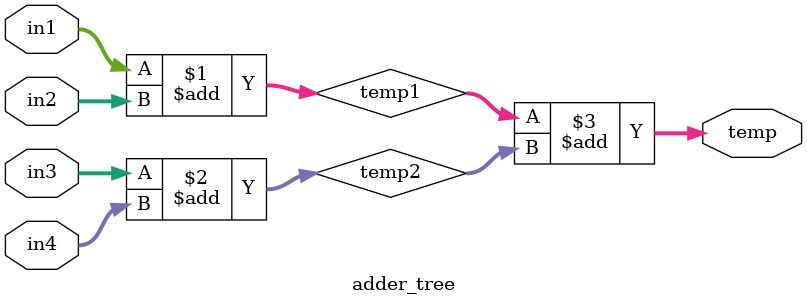
<source format=sv>
module adder_tree # 
(
    PIX_WIDTH = 8
)
(
    input logic [PIX_WIDTH-1:0] in1, in2, in3, in4,
    output logic [PIX_WIDTH-1:0] temp
);

logic [PIX_WIDTH-1:0] temp1, temp2;

assign temp1 = in1 + in2;
assign temp2 = in3 + in4;
assign temp = temp1 + temp2;

endmodule
</source>
